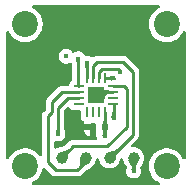
<source format=gbr>
G04 #@! TF.GenerationSoftware,KiCad,Pcbnew,(6.0.0)*
G04 #@! TF.CreationDate,2022-01-16T21:37:01+08:00*
G04 #@! TF.ProjectId,bldc_motor_encoder,626c6463-5f6d-46f7-946f-725f656e636f,rev?*
G04 #@! TF.SameCoordinates,Original*
G04 #@! TF.FileFunction,Copper,L4,Bot*
G04 #@! TF.FilePolarity,Positive*
%FSLAX46Y46*%
G04 Gerber Fmt 4.6, Leading zero omitted, Abs format (unit mm)*
G04 Created by KiCad (PCBNEW (6.0.0)) date 2022-01-16 21:37:01*
%MOMM*%
%LPD*%
G01*
G04 APERTURE LIST*
G04 Aperture macros list*
%AMRoundRect*
0 Rectangle with rounded corners*
0 $1 Rounding radius*
0 $2 $3 $4 $5 $6 $7 $8 $9 X,Y pos of 4 corners*
0 Add a 4 corners polygon primitive as box body*
4,1,4,$2,$3,$4,$5,$6,$7,$8,$9,$2,$3,0*
0 Add four circle primitives for the rounded corners*
1,1,$1+$1,$2,$3*
1,1,$1+$1,$4,$5*
1,1,$1+$1,$6,$7*
1,1,$1+$1,$8,$9*
0 Add four rect primitives between the rounded corners*
20,1,$1+$1,$2,$3,$4,$5,0*
20,1,$1+$1,$4,$5,$6,$7,0*
20,1,$1+$1,$6,$7,$8,$9,0*
20,1,$1+$1,$8,$9,$2,$3,0*%
G04 Aperture macros list end*
G04 #@! TA.AperFunction,SMDPad,CuDef*
%ADD10C,1.000000*%
G04 #@! TD*
G04 #@! TA.AperFunction,SMDPad,CuDef*
%ADD11RoundRect,0.140000X0.140000X0.170000X-0.140000X0.170000X-0.140000X-0.170000X0.140000X-0.170000X0*%
G04 #@! TD*
G04 #@! TA.AperFunction,ComponentPad*
%ADD12C,2.200000*%
G04 #@! TD*
G04 #@! TA.AperFunction,SMDPad,CuDef*
%ADD13R,1.450000X1.450000*%
G04 #@! TD*
G04 #@! TA.AperFunction,SMDPad,CuDef*
%ADD14RoundRect,0.062500X-0.062500X-0.375000X0.062500X-0.375000X0.062500X0.375000X-0.062500X0.375000X0*%
G04 #@! TD*
G04 #@! TA.AperFunction,SMDPad,CuDef*
%ADD15RoundRect,0.062500X-0.375000X-0.062500X0.375000X-0.062500X0.375000X0.062500X-0.375000X0.062500X0*%
G04 #@! TD*
G04 #@! TA.AperFunction,ViaPad*
%ADD16C,0.450000*%
G04 #@! TD*
G04 #@! TA.AperFunction,Conductor*
%ADD17C,0.250000*%
G04 #@! TD*
G04 APERTURE END LIST*
D10*
X107133335Y-97300000D03*
X105100002Y-97300000D03*
X109166668Y-97300000D03*
X111200001Y-97300000D03*
D11*
X107780000Y-94710000D03*
X108740000Y-94710000D03*
D12*
X102000000Y-86000000D03*
X102000000Y-98000000D03*
X114000000Y-98000000D03*
X114000000Y-86000000D03*
D13*
X108000000Y-92000000D03*
D14*
X107250000Y-93437500D03*
X107750000Y-93437500D03*
X108250000Y-93437500D03*
X108750000Y-93437500D03*
D15*
X109437500Y-92750000D03*
X109437500Y-92250000D03*
X109437500Y-91750000D03*
X109437500Y-91250000D03*
D14*
X108750000Y-90562500D03*
X108250000Y-90562500D03*
X107750000Y-90562500D03*
X107250000Y-90562500D03*
D15*
X106562500Y-91250000D03*
X106562500Y-91750000D03*
X106562500Y-92250000D03*
X106562500Y-92750000D03*
D16*
X108740000Y-95470000D03*
X105480000Y-88700000D03*
X104800000Y-95290000D03*
X111200000Y-98410000D03*
X107970000Y-91500000D03*
X105510000Y-94120000D03*
X106980000Y-94710000D03*
X109410000Y-90560000D03*
X107269650Y-89283139D03*
X109500000Y-93900000D03*
X110090000Y-90010000D03*
X106500000Y-88900000D03*
X103600000Y-92700000D03*
X103600000Y-90700000D03*
X103600000Y-89600000D03*
D17*
X110610000Y-91480000D02*
X110380000Y-91250000D01*
X110380000Y-91250000D02*
X109437500Y-91250000D01*
X110610000Y-94690000D02*
X110610000Y-91480000D01*
X106070000Y-96320000D02*
X108980000Y-96320000D01*
X105100002Y-97289998D02*
X106070000Y-96320000D01*
X108980000Y-96320000D02*
X110610000Y-94690000D01*
X105100002Y-97300000D02*
X105100002Y-97289998D01*
X105120000Y-91750000D02*
X106562500Y-91750000D01*
X104320000Y-93400000D02*
X104320000Y-92550000D01*
X103950000Y-93770000D02*
X104320000Y-93400000D01*
X103950000Y-97670000D02*
X103950000Y-93770000D01*
X106440000Y-98340000D02*
X104620000Y-98340000D01*
X107133335Y-97646665D02*
X106440000Y-98340000D01*
X104620000Y-98340000D02*
X103950000Y-97670000D01*
X104320000Y-92550000D02*
X105120000Y-91750000D01*
X107133335Y-97300000D02*
X107133335Y-97646665D01*
X108740000Y-94710000D02*
X108740000Y-95470000D01*
X104800000Y-93090000D02*
X104800000Y-95290000D01*
X105640000Y-92250000D02*
X104800000Y-93090000D01*
X106562500Y-92250000D02*
X105640000Y-92250000D01*
X111200001Y-97300000D02*
X111200000Y-98410000D01*
X108000000Y-91995500D02*
X107480000Y-91475500D01*
X108000000Y-92000000D02*
X108000000Y-91995500D01*
X108750000Y-94700000D02*
X108750000Y-93437500D01*
X107780000Y-94710000D02*
X106980000Y-94710000D01*
X108740000Y-94710000D02*
X108750000Y-94700000D01*
X108250000Y-91750000D02*
X108000000Y-92000000D01*
X109437500Y-91750000D02*
X108250000Y-91750000D01*
X109880480Y-89800480D02*
X108527192Y-89800480D01*
X110090000Y-90010000D02*
X109880480Y-89800480D01*
X108250000Y-90077672D02*
X108250000Y-90562500D01*
X108527192Y-89800480D02*
X108250000Y-90077672D01*
X108100000Y-89200000D02*
X107750000Y-89550000D01*
X107750000Y-89550000D02*
X107750000Y-90562500D01*
X110330000Y-89200000D02*
X108100000Y-89200000D01*
X111130000Y-95336668D02*
X111130000Y-90000000D01*
X111130000Y-90000000D02*
X110330000Y-89200000D01*
X109166668Y-97300000D02*
X111130000Y-95336668D01*
X109407500Y-90562500D02*
X109410000Y-90560000D01*
X108750000Y-90562500D02*
X109407500Y-90562500D01*
X107269650Y-89283139D02*
X107250000Y-89302789D01*
X107250000Y-89302789D02*
X107250000Y-90562500D01*
X106500000Y-91187500D02*
X106562500Y-91250000D01*
X106500000Y-88900000D02*
X106500000Y-91187500D01*
X109500000Y-93900000D02*
X109500000Y-92812500D01*
X109500000Y-92812500D02*
X109437500Y-92750000D01*
G04 #@! TA.AperFunction,Conductor*
G36*
X108865548Y-95074556D02*
G01*
X108867295Y-95117430D01*
X108870099Y-95151357D01*
X108870099Y-95151360D01*
X108870391Y-95154887D01*
X108874987Y-95188196D01*
X108881234Y-95218624D01*
X108889281Y-95247439D01*
X108899281Y-95275909D01*
X108899328Y-95276023D01*
X108899334Y-95276039D01*
X108911336Y-95305188D01*
X108911383Y-95305302D01*
X108911427Y-95305399D01*
X108911434Y-95305415D01*
X108925734Y-95336873D01*
X108925758Y-95336924D01*
X108939001Y-95364612D01*
X108939479Y-95373554D01*
X108936879Y-95377770D01*
X108748433Y-95573731D01*
X108740229Y-95577319D01*
X108731567Y-95573731D01*
X108543120Y-95377769D01*
X108539855Y-95369430D01*
X108540998Y-95364611D01*
X108554237Y-95336933D01*
X108554284Y-95336831D01*
X108568565Y-95305415D01*
X108568572Y-95305399D01*
X108568616Y-95305302D01*
X108568663Y-95305188D01*
X108580665Y-95276039D01*
X108580671Y-95276023D01*
X108580718Y-95275909D01*
X108590718Y-95247439D01*
X108598765Y-95218624D01*
X108605012Y-95188196D01*
X108609608Y-95154887D01*
X108612704Y-95117430D01*
X108614451Y-95074556D01*
X108615000Y-95025000D01*
X108865000Y-95025000D01*
X108865548Y-95074556D01*
G37*
G04 #@! TD.AperFunction*
G04 #@! TA.AperFunction,Conductor*
G36*
X104921702Y-94848427D02*
G01*
X104925128Y-94856570D01*
X104925548Y-94894556D01*
X104927295Y-94937430D01*
X104930391Y-94974887D01*
X104934987Y-95008196D01*
X104941234Y-95038624D01*
X104949281Y-95067439D01*
X104959281Y-95095909D01*
X104959328Y-95096023D01*
X104959334Y-95096039D01*
X104971336Y-95125188D01*
X104971383Y-95125302D01*
X104971427Y-95125399D01*
X104971434Y-95125415D01*
X104985734Y-95156873D01*
X104985758Y-95156924D01*
X104999001Y-95184612D01*
X104999479Y-95193554D01*
X104996879Y-95197770D01*
X104808433Y-95393731D01*
X104800229Y-95397319D01*
X104791567Y-95393731D01*
X104603120Y-95197769D01*
X104599855Y-95189430D01*
X104600998Y-95184611D01*
X104614237Y-95156933D01*
X104614284Y-95156831D01*
X104628565Y-95125415D01*
X104628572Y-95125399D01*
X104628616Y-95125302D01*
X104628663Y-95125188D01*
X104640665Y-95096039D01*
X104640671Y-95096023D01*
X104640718Y-95095909D01*
X104650718Y-95067439D01*
X104658765Y-95038624D01*
X104665012Y-95008196D01*
X104669608Y-94974887D01*
X104672704Y-94937430D01*
X104674451Y-94894556D01*
X104674872Y-94856570D01*
X104678390Y-94848336D01*
X104686571Y-94845000D01*
X104913429Y-94845000D01*
X104921702Y-94848427D01*
G37*
G04 #@! TD.AperFunction*
G04 #@! TA.AperFunction,Conductor*
G36*
X111325000Y-97965002D02*
G01*
X111325548Y-98014558D01*
X111327295Y-98057431D01*
X111330391Y-98094888D01*
X111334987Y-98128197D01*
X111335971Y-98132991D01*
X111335971Y-98132992D01*
X111341234Y-98158625D01*
X111349281Y-98187440D01*
X111349342Y-98187613D01*
X111359227Y-98215758D01*
X111359235Y-98215778D01*
X111359281Y-98215910D01*
X111371383Y-98245302D01*
X111371418Y-98245378D01*
X111385734Y-98276873D01*
X111385758Y-98276924D01*
X111399001Y-98304612D01*
X111399479Y-98313554D01*
X111396879Y-98317770D01*
X111208433Y-98513731D01*
X111200229Y-98517319D01*
X111191567Y-98513731D01*
X111003120Y-98317769D01*
X110999855Y-98309430D01*
X111000998Y-98304611D01*
X111014237Y-98276933D01*
X111014284Y-98276831D01*
X111028581Y-98245378D01*
X111028616Y-98245302D01*
X111040718Y-98215910D01*
X111040764Y-98215778D01*
X111040772Y-98215758D01*
X111050657Y-98187613D01*
X111050718Y-98187440D01*
X111058766Y-98158625D01*
X111065012Y-98128196D01*
X111069608Y-98094888D01*
X111072704Y-98057431D01*
X111074452Y-98014557D01*
X111075001Y-97965001D01*
X111325000Y-97965002D01*
G37*
G04 #@! TD.AperFunction*
G04 #@! TA.AperFunction,Conductor*
G36*
X107721156Y-91432296D02*
G01*
X107732911Y-91464620D01*
X107743477Y-91493551D01*
X107753671Y-91519912D01*
X107764306Y-91544529D01*
X107776199Y-91568225D01*
X107790164Y-91591826D01*
X107807016Y-91616157D01*
X107827571Y-91642042D01*
X107852644Y-91670305D01*
X107883050Y-91701773D01*
X107706273Y-91878550D01*
X107675427Y-91848766D01*
X107647669Y-91824219D01*
X107622194Y-91804137D01*
X107598194Y-91787750D01*
X107574864Y-91774286D01*
X107551398Y-91762976D01*
X107526990Y-91753048D01*
X107500833Y-91743731D01*
X107472122Y-91734255D01*
X107440051Y-91723850D01*
X107429013Y-91431915D01*
X107721156Y-91432296D01*
G37*
G04 #@! TD.AperFunction*
G04 #@! TA.AperFunction,Conductor*
G36*
X107113115Y-94524260D02*
G01*
X107144697Y-94538616D01*
X107174090Y-94550718D01*
X107202560Y-94560718D01*
X107231375Y-94568765D01*
X107261803Y-94575012D01*
X107295112Y-94579608D01*
X107332569Y-94582704D01*
X107375443Y-94584451D01*
X107425000Y-94585000D01*
X107425000Y-94835000D01*
X107375443Y-94835548D01*
X107332569Y-94837295D01*
X107295112Y-94840391D01*
X107261803Y-94844987D01*
X107231375Y-94851234D01*
X107202560Y-94859281D01*
X107174090Y-94869281D01*
X107144697Y-94881383D01*
X107113115Y-94895739D01*
X107078075Y-94912500D01*
X106867500Y-94710000D01*
X107078075Y-94507500D01*
X107113115Y-94524260D01*
G37*
G04 #@! TD.AperFunction*
G04 #@! TA.AperFunction,Conductor*
G36*
X109774015Y-89678503D02*
G01*
X109775471Y-89678680D01*
X109803211Y-89683834D01*
X109818821Y-89686735D01*
X109820248Y-89687094D01*
X109857294Y-89698945D01*
X109858469Y-89699392D01*
X109891128Y-89713865D01*
X109891865Y-89714223D01*
X109921996Y-89730185D01*
X109922183Y-89730286D01*
X109951399Y-89746448D01*
X109981121Y-89761343D01*
X110012982Y-89773609D01*
X110013378Y-89773701D01*
X110013377Y-89773701D01*
X110048264Y-89781831D01*
X110048268Y-89781832D01*
X110048703Y-89781933D01*
X110067816Y-89783352D01*
X110081661Y-89784381D01*
X110089657Y-89788411D01*
X110092113Y-89793091D01*
X110128957Y-89934146D01*
X110165642Y-90074592D01*
X110164417Y-90083463D01*
X110157279Y-90088869D01*
X110154094Y-90089247D01*
X110083702Y-90087871D01*
X109885668Y-90083999D01*
X109877464Y-90080411D01*
X109874820Y-90076068D01*
X109869238Y-90059653D01*
X109869232Y-90059635D01*
X109861128Y-90036274D01*
X109861127Y-90036271D01*
X109861087Y-90036156D01*
X109852367Y-90013787D01*
X109842442Y-89992982D01*
X109830671Y-89974178D01*
X109816417Y-89957812D01*
X109799040Y-89944322D01*
X109777902Y-89934146D01*
X109752364Y-89927719D01*
X109736247Y-89926539D01*
X109732632Y-89926274D01*
X109724632Y-89922252D01*
X109721787Y-89914605D01*
X109721787Y-89687876D01*
X109725214Y-89679603D01*
X109734162Y-89676196D01*
X109774015Y-89678503D01*
G37*
G04 #@! TD.AperFunction*
G04 #@! TA.AperFunction,Conductor*
G36*
X109522492Y-90558737D02*
G01*
X109314207Y-90763589D01*
X109278557Y-90747032D01*
X109246452Y-90732879D01*
X109216602Y-90720973D01*
X109187718Y-90711159D01*
X109158510Y-90703282D01*
X109127690Y-90697185D01*
X109093968Y-90692715D01*
X109056055Y-90689714D01*
X109012662Y-90688027D01*
X108962500Y-90687500D01*
X108962500Y-90437500D01*
X109012141Y-90436952D01*
X109055103Y-90435202D01*
X109092648Y-90432088D01*
X109126035Y-90427451D01*
X109156526Y-90421128D01*
X109185381Y-90412960D01*
X109213861Y-90402785D01*
X109243226Y-90390443D01*
X109274737Y-90375773D01*
X109309656Y-90358615D01*
X109522492Y-90558737D01*
G37*
G04 #@! TD.AperFunction*
G04 #@! TA.AperFunction,Conductor*
G36*
X107286896Y-89180506D02*
G01*
X107455325Y-89388576D01*
X107457867Y-89397162D01*
X107455815Y-89402648D01*
X107450446Y-89410316D01*
X107450181Y-89411306D01*
X107447081Y-89422875D01*
X107445912Y-89425696D01*
X107439412Y-89436955D01*
X107439175Y-89438298D01*
X107437923Y-89441870D01*
X107427211Y-89461483D01*
X107427151Y-89461606D01*
X107427148Y-89461612D01*
X107423421Y-89469267D01*
X107413388Y-89489871D01*
X107402039Y-89517645D01*
X107401968Y-89517866D01*
X107401965Y-89517875D01*
X107397760Y-89531015D01*
X107392968Y-89545990D01*
X107385982Y-89576092D01*
X107380886Y-89609137D01*
X107377486Y-89646311D01*
X107377480Y-89646449D01*
X107377479Y-89646461D01*
X107375595Y-89688659D01*
X107375589Y-89688800D01*
X107375588Y-89688900D01*
X107375139Y-89726230D01*
X107371613Y-89734461D01*
X107363440Y-89737789D01*
X107136609Y-89737789D01*
X107128336Y-89734362D01*
X107124909Y-89726180D01*
X107124618Y-89688900D01*
X107124587Y-89684867D01*
X107123243Y-89639132D01*
X107120805Y-89599181D01*
X107117112Y-89563609D01*
X107112001Y-89531015D01*
X107105311Y-89499994D01*
X107102589Y-89490032D01*
X107096913Y-89469267D01*
X107096880Y-89469145D01*
X107086547Y-89437064D01*
X107086192Y-89436068D01*
X107074173Y-89402415D01*
X107074149Y-89402347D01*
X107062388Y-89371178D01*
X107062674Y-89362228D01*
X107065624Y-89358249D01*
X107270091Y-89179068D01*
X107278571Y-89176192D01*
X107286896Y-89180506D01*
G37*
G04 #@! TD.AperFunction*
G04 #@! TA.AperFunction,Conductor*
G36*
X106508433Y-88796269D02*
G01*
X106696879Y-88992230D01*
X106700144Y-89000569D01*
X106699001Y-89005389D01*
X106685739Y-89033115D01*
X106671383Y-89064697D01*
X106671337Y-89064808D01*
X106671336Y-89064811D01*
X106659334Y-89093960D01*
X106659328Y-89093976D01*
X106659281Y-89094090D01*
X106649281Y-89122560D01*
X106641234Y-89151375D01*
X106634987Y-89181803D01*
X106630391Y-89215112D01*
X106627295Y-89252569D01*
X106625548Y-89295443D01*
X106625547Y-89295545D01*
X106625128Y-89333429D01*
X106621610Y-89341664D01*
X106613429Y-89345000D01*
X106386571Y-89345000D01*
X106378298Y-89341573D01*
X106374872Y-89333430D01*
X106374452Y-89295545D01*
X106374451Y-89295443D01*
X106372704Y-89252569D01*
X106369608Y-89215112D01*
X106365012Y-89181803D01*
X106358765Y-89151375D01*
X106350718Y-89122560D01*
X106340718Y-89094090D01*
X106340671Y-89093976D01*
X106340665Y-89093960D01*
X106328663Y-89064811D01*
X106328662Y-89064808D01*
X106328616Y-89064697D01*
X106314260Y-89033115D01*
X106300998Y-89005388D01*
X106300520Y-88996448D01*
X106303120Y-88992231D01*
X106491567Y-88796269D01*
X106499771Y-88792681D01*
X106508433Y-88796269D01*
G37*
G04 #@! TD.AperFunction*
G04 #@! TA.AperFunction,Conductor*
G36*
X109621702Y-93458427D02*
G01*
X109625128Y-93466570D01*
X109625548Y-93504556D01*
X109627295Y-93547430D01*
X109630391Y-93584887D01*
X109634987Y-93618196D01*
X109641234Y-93648624D01*
X109649281Y-93677439D01*
X109659281Y-93705909D01*
X109659328Y-93706023D01*
X109659334Y-93706039D01*
X109671336Y-93735188D01*
X109671383Y-93735302D01*
X109671427Y-93735399D01*
X109671434Y-93735415D01*
X109685734Y-93766873D01*
X109685758Y-93766924D01*
X109699001Y-93794612D01*
X109699479Y-93803554D01*
X109696879Y-93807770D01*
X109508433Y-94003731D01*
X109500229Y-94007319D01*
X109491567Y-94003731D01*
X109303120Y-93807769D01*
X109299855Y-93799430D01*
X109300998Y-93794611D01*
X109314237Y-93766933D01*
X109314284Y-93766831D01*
X109328565Y-93735415D01*
X109328572Y-93735399D01*
X109328616Y-93735302D01*
X109328663Y-93735188D01*
X109340665Y-93706039D01*
X109340671Y-93706023D01*
X109340718Y-93705909D01*
X109350718Y-93677439D01*
X109358765Y-93648624D01*
X109365012Y-93618196D01*
X109369608Y-93584887D01*
X109372704Y-93547430D01*
X109374451Y-93504556D01*
X109374872Y-93466570D01*
X109378390Y-93458336D01*
X109386571Y-93455000D01*
X109613429Y-93455000D01*
X109621702Y-93458427D01*
G37*
G04 #@! TD.AperFunction*
G04 #@! TA.AperFunction,Conductor*
G36*
X107208360Y-97071274D02*
G01*
X107397480Y-97466640D01*
X107483194Y-97645830D01*
X107483672Y-97654772D01*
X107480646Y-97659410D01*
X107403966Y-97731350D01*
X107403374Y-97731868D01*
X107396197Y-97737722D01*
X107328263Y-97793131D01*
X107327628Y-97793613D01*
X107321231Y-97798142D01*
X107257791Y-97843053D01*
X107257272Y-97843400D01*
X107190314Y-97885526D01*
X107190038Y-97885694D01*
X107123683Y-97924924D01*
X107123683Y-97924925D01*
X107055840Y-97965585D01*
X106984436Y-98012010D01*
X106984299Y-98012110D01*
X106984291Y-98012116D01*
X106907410Y-98068505D01*
X106907396Y-98068516D01*
X106907261Y-98068615D01*
X106822102Y-98139816D01*
X106821984Y-98139928D01*
X106821978Y-98139933D01*
X106735016Y-98222206D01*
X106726651Y-98225403D01*
X106718702Y-98221980D01*
X106557811Y-98061089D01*
X106554384Y-98052816D01*
X106557375Y-98045002D01*
X106611590Y-97984577D01*
X106611593Y-97984573D01*
X106611847Y-97984290D01*
X106655782Y-97919675D01*
X106671372Y-97885694D01*
X106683874Y-97858442D01*
X106683874Y-97858441D01*
X106684101Y-97857947D01*
X106699131Y-97797646D01*
X106703197Y-97737313D01*
X106698624Y-97675489D01*
X106687739Y-97610715D01*
X106672865Y-97541532D01*
X106656361Y-97466621D01*
X106656302Y-97466336D01*
X106642036Y-97392285D01*
X106643836Y-97383513D01*
X106647681Y-97379937D01*
X107191963Y-97066187D01*
X107200842Y-97065024D01*
X107208360Y-97071274D01*
G37*
G04 #@! TD.AperFunction*
G04 #@! TA.AperFunction,Conductor*
G36*
X105719588Y-96509514D02*
G01*
X105880490Y-96670416D01*
X105883917Y-96678689D01*
X105880828Y-96686610D01*
X105839742Y-96731279D01*
X105810576Y-96762989D01*
X105810393Y-96763234D01*
X105752967Y-96839949D01*
X105752963Y-96839956D01*
X105752761Y-96840225D01*
X105752590Y-96840523D01*
X105752589Y-96840524D01*
X105711524Y-96911949D01*
X105711520Y-96911957D01*
X105711339Y-96912272D01*
X105682669Y-96981345D01*
X105663111Y-97049659D01*
X105649026Y-97119428D01*
X105649009Y-97119533D01*
X105649005Y-97119552D01*
X105636781Y-97192813D01*
X105636761Y-97192929D01*
X105622756Y-97271926D01*
X105622655Y-97272433D01*
X105603279Y-97359244D01*
X105603089Y-97359981D01*
X105576973Y-97449230D01*
X105571361Y-97456208D01*
X105566140Y-97457637D01*
X105189162Y-97470374D01*
X104937919Y-97478862D01*
X104929535Y-97475717D01*
X104925824Y-97467107D01*
X104929167Y-96838539D01*
X104932638Y-96830284D01*
X104937266Y-96827470D01*
X105026619Y-96798577D01*
X105027369Y-96798361D01*
X105114245Y-96776542D01*
X105114778Y-96776422D01*
X105193852Y-96760444D01*
X105194006Y-96760414D01*
X105202214Y-96758870D01*
X105267525Y-96746586D01*
X105337524Y-96731230D01*
X105406155Y-96710642D01*
X105475651Y-96681101D01*
X105548244Y-96638890D01*
X105626166Y-96580287D01*
X105703390Y-96509180D01*
X105711797Y-96506097D01*
X105719588Y-96509514D01*
G37*
G04 #@! TD.AperFunction*
G04 #@! TA.AperFunction,Conductor*
G36*
X108964939Y-94803909D02*
G01*
X108986279Y-94826100D01*
X108989544Y-94834439D01*
X108988315Y-94839434D01*
X108969121Y-94877903D01*
X108969041Y-94878060D01*
X108948238Y-94918219D01*
X108948181Y-94918331D01*
X108929413Y-94954886D01*
X108912859Y-94989509D01*
X108898606Y-95024046D01*
X108886746Y-95060341D01*
X108877365Y-95100239D01*
X108870555Y-95145585D01*
X108866403Y-95198223D01*
X108865000Y-95260000D01*
X108615000Y-95260000D01*
X108613596Y-95198223D01*
X108609444Y-95145585D01*
X108602634Y-95100239D01*
X108593253Y-95060341D01*
X108581393Y-95024046D01*
X108567140Y-94989509D01*
X108550586Y-94954886D01*
X108531818Y-94918331D01*
X108510926Y-94878000D01*
X108491684Y-94839433D01*
X108491057Y-94830502D01*
X108493720Y-94826101D01*
X108606027Y-94709316D01*
X108606027Y-94709315D01*
X108740000Y-94570000D01*
X108964939Y-94803909D01*
G37*
G04 #@! TD.AperFunction*
G04 #@! TA.AperFunction,Conductor*
G36*
X111208434Y-97058769D02*
G01*
X111644129Y-97511838D01*
X111647394Y-97520177D01*
X111646033Y-97525428D01*
X111602641Y-97607283D01*
X111602253Y-97607960D01*
X111555584Y-97683252D01*
X111555290Y-97683701D01*
X111555285Y-97683710D01*
X111555284Y-97683711D01*
X111510068Y-97749554D01*
X111509981Y-97749679D01*
X111467336Y-97810088D01*
X111467248Y-97810213D01*
X111428166Y-97869417D01*
X111393832Y-97931385D01*
X111365296Y-98000273D01*
X111343610Y-98080234D01*
X111329828Y-98175424D01*
X111325000Y-98289999D01*
X111075001Y-98289998D01*
X111070173Y-98175424D01*
X111056390Y-98080233D01*
X111034705Y-98000272D01*
X111006169Y-97931385D01*
X110971834Y-97869417D01*
X110932753Y-97810213D01*
X110932665Y-97810088D01*
X110890020Y-97749677D01*
X110889933Y-97749553D01*
X110844717Y-97683710D01*
X110844417Y-97683251D01*
X110797752Y-97607967D01*
X110797360Y-97607283D01*
X110753969Y-97525428D01*
X110753122Y-97516513D01*
X110755873Y-97511838D01*
X111191568Y-97058769D01*
X111199772Y-97055181D01*
X111208434Y-97058769D01*
G37*
G04 #@! TD.AperFunction*
G04 #@! TA.AperFunction,Conductor*
G36*
X107577235Y-91395808D02*
G01*
X107579091Y-91397252D01*
X107580963Y-91398517D01*
X107582791Y-91399605D01*
X107584510Y-91400519D01*
X107586059Y-91401261D01*
X107587375Y-91401832D01*
X107588397Y-91402234D01*
X107589061Y-91402471D01*
X107589305Y-91402544D01*
X108255195Y-92257451D01*
X107406181Y-91584064D01*
X107406122Y-91583831D01*
X107405924Y-91583198D01*
X107405582Y-91582224D01*
X107405091Y-91580971D01*
X107404444Y-91579498D01*
X107403636Y-91577866D01*
X107402662Y-91576136D01*
X107401516Y-91574368D01*
X107400191Y-91572622D01*
X107398684Y-91570960D01*
X107575460Y-91394184D01*
X107577235Y-91395808D01*
G37*
G04 #@! TD.AperFunction*
G04 #@! TA.AperFunction,Conductor*
G36*
X108871813Y-94153427D02*
G01*
X108875237Y-94161458D01*
X108876326Y-94214103D01*
X108880254Y-94268750D01*
X108880277Y-94268917D01*
X108880278Y-94268928D01*
X108886066Y-94311180D01*
X108886708Y-94315870D01*
X108886751Y-94316068D01*
X108886751Y-94316071D01*
X108895561Y-94357160D01*
X108895611Y-94357393D01*
X108906887Y-94395248D01*
X108920460Y-94431364D01*
X108920510Y-94431478D01*
X108920510Y-94431479D01*
X108931615Y-94457007D01*
X108936253Y-94467670D01*
X108954191Y-94506096D01*
X108974197Y-94548570D01*
X108992787Y-94589517D01*
X108993086Y-94598465D01*
X108990271Y-94602758D01*
X108883564Y-94706073D01*
X108735004Y-94849910D01*
X108498009Y-94585170D01*
X108495044Y-94576720D01*
X108496437Y-94571795D01*
X108517134Y-94533573D01*
X108539335Y-94493533D01*
X108559077Y-94457093D01*
X108576321Y-94422434D01*
X108581307Y-94410668D01*
X108590936Y-94387945D01*
X108590937Y-94387942D01*
X108591024Y-94387737D01*
X108601086Y-94357393D01*
X108603062Y-94351435D01*
X108603065Y-94351423D01*
X108603145Y-94351183D01*
X108611436Y-94316071D01*
X108612591Y-94311180D01*
X108612591Y-94311178D01*
X108612645Y-94310951D01*
X108619481Y-94265223D01*
X108623613Y-94212179D01*
X108624745Y-94161458D01*
X108624745Y-94161439D01*
X108628355Y-94153244D01*
X108636442Y-94150000D01*
X108863540Y-94150000D01*
X108871813Y-94153427D01*
G37*
G04 #@! TD.AperFunction*
G04 #@! TA.AperFunction,Conductor*
G36*
X107920000Y-94710000D02*
G01*
X107657951Y-94962000D01*
X107611999Y-94939073D01*
X107571668Y-94918181D01*
X107535113Y-94899413D01*
X107500490Y-94882859D01*
X107465953Y-94868606D01*
X107429658Y-94856746D01*
X107389760Y-94847365D01*
X107344414Y-94840555D01*
X107291776Y-94836403D01*
X107230000Y-94835000D01*
X107230000Y-94585000D01*
X107291776Y-94583596D01*
X107344414Y-94579444D01*
X107389760Y-94572634D01*
X107429658Y-94563253D01*
X107465953Y-94551393D01*
X107500490Y-94537140D01*
X107535113Y-94520586D01*
X107571668Y-94501818D01*
X107611999Y-94480926D01*
X107657951Y-94458000D01*
X107920000Y-94710000D01*
G37*
G04 #@! TD.AperFunction*
G04 #@! TA.AperFunction,Conductor*
G36*
X108240744Y-91303828D02*
G01*
X108380175Y-91338990D01*
X108500406Y-91381337D01*
X108608706Y-91427845D01*
X108712344Y-91475491D01*
X108818587Y-91521253D01*
X108934706Y-91562108D01*
X109067968Y-91595032D01*
X109225643Y-91617004D01*
X109415000Y-91625000D01*
X109415000Y-91875000D01*
X109265894Y-91883348D01*
X109143780Y-91907487D01*
X109099540Y-91924501D01*
X109036600Y-91924501D01*
X109036034Y-91924614D01*
X109036030Y-91924614D01*
X108961017Y-91939534D01*
X108961015Y-91939535D01*
X108959883Y-91939760D01*
X108872888Y-91997888D01*
X108814760Y-92084883D01*
X108799500Y-92161599D01*
X108799500Y-92163607D01*
X108757484Y-92217426D01*
X108688965Y-92307742D01*
X108611320Y-92404328D01*
X108519392Y-92505822D01*
X107659181Y-92123485D01*
X108074845Y-91278874D01*
X108240744Y-91303828D01*
G37*
G04 #@! TD.AperFunction*
G04 #@! TA.AperFunction,Conductor*
G36*
X109786247Y-96519509D02*
G01*
X109947159Y-96680421D01*
X109950586Y-96688694D01*
X109947500Y-96696611D01*
X109877488Y-96772782D01*
X109819925Y-96849838D01*
X109778717Y-96921713D01*
X109778572Y-96922063D01*
X109750316Y-96990281D01*
X109750313Y-96990289D01*
X109750184Y-96990601D01*
X109730644Y-97058697D01*
X109716415Y-97128196D01*
X109716395Y-97128314D01*
X109703827Y-97201225D01*
X109703800Y-97201375D01*
X109689216Y-97279891D01*
X109689104Y-97280427D01*
X109668869Y-97366654D01*
X109668663Y-97367416D01*
X109641463Y-97455990D01*
X109635758Y-97462892D01*
X109630509Y-97464253D01*
X109188690Y-97472890D01*
X109002057Y-97476538D01*
X108993718Y-97473273D01*
X108990130Y-97464611D01*
X108995276Y-97201375D01*
X109002415Y-96836159D01*
X109006003Y-96827956D01*
X109010677Y-96825206D01*
X109099250Y-96798004D01*
X109099986Y-96797804D01*
X109146809Y-96786816D01*
X109186240Y-96777563D01*
X109186776Y-96777451D01*
X109265292Y-96762867D01*
X109265442Y-96762840D01*
X109271657Y-96761769D01*
X109338471Y-96750252D01*
X109338584Y-96750229D01*
X109338594Y-96750227D01*
X109407737Y-96736071D01*
X109407744Y-96736069D01*
X109407970Y-96736023D01*
X109440933Y-96726564D01*
X109475736Y-96716578D01*
X109475741Y-96716576D01*
X109476066Y-96716483D01*
X109476378Y-96716354D01*
X109476386Y-96716351D01*
X109544604Y-96688095D01*
X109544954Y-96687950D01*
X109584962Y-96665012D01*
X109616521Y-96646919D01*
X109616526Y-96646916D01*
X109616829Y-96646742D01*
X109693885Y-96589179D01*
X109694103Y-96588979D01*
X109694111Y-96588972D01*
X109770057Y-96519168D01*
X109778467Y-96516092D01*
X109786247Y-96519509D01*
G37*
G04 #@! TD.AperFunction*
G04 #@! TA.AperFunction,Conductor*
G36*
X113376997Y-84420002D02*
G01*
X113423490Y-84473658D01*
X113433594Y-84543932D01*
X113404100Y-84608512D01*
X113367057Y-84637762D01*
X113197679Y-84725935D01*
X113193546Y-84729038D01*
X113193543Y-84729040D01*
X113096419Y-84801963D01*
X113000364Y-84874083D01*
X112829896Y-85052468D01*
X112826982Y-85056740D01*
X112826981Y-85056741D01*
X112773988Y-85134426D01*
X112690851Y-85256300D01*
X112586965Y-85480104D01*
X112521026Y-85717871D01*
X112494806Y-85963214D01*
X112509010Y-86209545D01*
X112510147Y-86214591D01*
X112510148Y-86214597D01*
X112532336Y-86313051D01*
X112563255Y-86450249D01*
X112656084Y-86678861D01*
X112785006Y-86889241D01*
X112946557Y-87075741D01*
X113136399Y-87233351D01*
X113349433Y-87357838D01*
X113354253Y-87359678D01*
X113354258Y-87359681D01*
X113468547Y-87403323D01*
X113579939Y-87445859D01*
X113585007Y-87446890D01*
X113585010Y-87446891D01*
X113704587Y-87471219D01*
X113821726Y-87495052D01*
X113826899Y-87495242D01*
X113826902Y-87495242D01*
X114063136Y-87503904D01*
X114063140Y-87503904D01*
X114068300Y-87504093D01*
X114073420Y-87503437D01*
X114073422Y-87503437D01*
X114149703Y-87493665D01*
X114313041Y-87472741D01*
X114317990Y-87471256D01*
X114317996Y-87471255D01*
X114544424Y-87403323D01*
X114544423Y-87403323D01*
X114549374Y-87401838D01*
X114653266Y-87350942D01*
X114766303Y-87295566D01*
X114766308Y-87295563D01*
X114770954Y-87293287D01*
X114775164Y-87290284D01*
X114775169Y-87290281D01*
X114967617Y-87153009D01*
X114967622Y-87153005D01*
X114971829Y-87150004D01*
X115146605Y-86975837D01*
X115290588Y-86775463D01*
X115340702Y-86674066D01*
X115361043Y-86632908D01*
X115409157Y-86580701D01*
X115477858Y-86562794D01*
X115545334Y-86584872D01*
X115590162Y-86639926D01*
X115600000Y-86688735D01*
X115600000Y-97310762D01*
X115579998Y-97378883D01*
X115526342Y-97425376D01*
X115456068Y-97435480D01*
X115391488Y-97405986D01*
X115358452Y-97361006D01*
X115326928Y-97288507D01*
X115192905Y-97081339D01*
X115174001Y-97060563D01*
X115095234Y-96974000D01*
X115026846Y-96898842D01*
X115022795Y-96895643D01*
X115022791Y-96895639D01*
X114837264Y-96749119D01*
X114837259Y-96749116D01*
X114833210Y-96745918D01*
X114828694Y-96743425D01*
X114828691Y-96743423D01*
X114621722Y-96629170D01*
X114621718Y-96629168D01*
X114617198Y-96626673D01*
X114612329Y-96624949D01*
X114612325Y-96624947D01*
X114389485Y-96546035D01*
X114389481Y-96546034D01*
X114384610Y-96544309D01*
X114379517Y-96543402D01*
X114379514Y-96543401D01*
X114146783Y-96501945D01*
X114146777Y-96501944D01*
X114141694Y-96501039D01*
X114062324Y-96500069D01*
X113900142Y-96498088D01*
X113900140Y-96498088D01*
X113894972Y-96498025D01*
X113651070Y-96535347D01*
X113416540Y-96612003D01*
X113197679Y-96725935D01*
X113193546Y-96729038D01*
X113193543Y-96729040D01*
X113004499Y-96870978D01*
X113000364Y-96874083D01*
X112950758Y-96925993D01*
X112861989Y-97018885D01*
X112829896Y-97052468D01*
X112826982Y-97056740D01*
X112826981Y-97056741D01*
X112752579Y-97165810D01*
X112690851Y-97256300D01*
X112675901Y-97288507D01*
X112595930Y-97460791D01*
X112586965Y-97480104D01*
X112521026Y-97717871D01*
X112494806Y-97963214D01*
X112495103Y-97968366D01*
X112495103Y-97968370D01*
X112504112Y-98124605D01*
X112509010Y-98209545D01*
X112510147Y-98214591D01*
X112510148Y-98214597D01*
X112539156Y-98343315D01*
X112563255Y-98450249D01*
X112656084Y-98678861D01*
X112785006Y-98889241D01*
X112946557Y-99075741D01*
X113136399Y-99233351D01*
X113201451Y-99271365D01*
X113344967Y-99355229D01*
X113344974Y-99355232D01*
X113349433Y-99357838D01*
X113354262Y-99359682D01*
X113355698Y-99360370D01*
X113408488Y-99407844D01*
X113427232Y-99476321D01*
X113405978Y-99544062D01*
X113351475Y-99589558D01*
X113301253Y-99600000D01*
X102688475Y-99600000D01*
X102620354Y-99579998D01*
X102573861Y-99526342D01*
X102563757Y-99456068D01*
X102593251Y-99391488D01*
X102633043Y-99360849D01*
X102766303Y-99295566D01*
X102766308Y-99295563D01*
X102770954Y-99293287D01*
X102775164Y-99290284D01*
X102775169Y-99290281D01*
X102967617Y-99153009D01*
X102967622Y-99153005D01*
X102971829Y-99150004D01*
X103146605Y-98975837D01*
X103181531Y-98927233D01*
X103287570Y-98779663D01*
X103290588Y-98775463D01*
X103298644Y-98759164D01*
X103387130Y-98580125D01*
X103399911Y-98554264D01*
X103434985Y-98438822D01*
X103470135Y-98323132D01*
X103470136Y-98323126D01*
X103471639Y-98318180D01*
X103482890Y-98232723D01*
X103511611Y-98167797D01*
X103570876Y-98128705D01*
X103641867Y-98127860D01*
X103696906Y-98160075D01*
X104238195Y-98701364D01*
X104241848Y-98705173D01*
X104281884Y-98748712D01*
X104289184Y-98753238D01*
X104289185Y-98753239D01*
X104316960Y-98770460D01*
X104326730Y-98777174D01*
X104359604Y-98802127D01*
X104372474Y-98807222D01*
X104392482Y-98817286D01*
X104404250Y-98824582D01*
X104412493Y-98826977D01*
X104412500Y-98826980D01*
X104443893Y-98836101D01*
X104455120Y-98839945D01*
X104485487Y-98851968D01*
X104485489Y-98851969D01*
X104493472Y-98855129D01*
X104502009Y-98856026D01*
X104502016Y-98856028D01*
X104507239Y-98856577D01*
X104529216Y-98860888D01*
X104536178Y-98862911D01*
X104536180Y-98862911D01*
X104542512Y-98864751D01*
X104549327Y-98865251D01*
X104550404Y-98865331D01*
X104550417Y-98865331D01*
X104552712Y-98865500D01*
X104585538Y-98865500D01*
X104598709Y-98866190D01*
X104636661Y-98870179D01*
X104645127Y-98868747D01*
X104645130Y-98868747D01*
X104653897Y-98867264D01*
X104674909Y-98865500D01*
X106425565Y-98865500D01*
X106430842Y-98865611D01*
X106489919Y-98868087D01*
X106530105Y-98858662D01*
X106541771Y-98856500D01*
X106574136Y-98852067D01*
X106574138Y-98852066D01*
X106582646Y-98850901D01*
X106590527Y-98847490D01*
X106590529Y-98847490D01*
X106595347Y-98845405D01*
X106616610Y-98838373D01*
X106621729Y-98837172D01*
X106621731Y-98837171D01*
X106630093Y-98835210D01*
X106666275Y-98815319D01*
X106676905Y-98810112D01*
X106714783Y-98793720D01*
X106721459Y-98788314D01*
X106721461Y-98788313D01*
X106725542Y-98785008D01*
X106744126Y-98772520D01*
X106756263Y-98765847D01*
X106764005Y-98759164D01*
X106787209Y-98735960D01*
X106797010Y-98727134D01*
X106819999Y-98708518D01*
X106826675Y-98703112D01*
X106836806Y-98688856D01*
X106850413Y-98672756D01*
X107017561Y-98505608D01*
X107020062Y-98503175D01*
X107085269Y-98441483D01*
X107091043Y-98436346D01*
X107106771Y-98423196D01*
X107151023Y-98386198D01*
X107157306Y-98381275D01*
X107209071Y-98343308D01*
X107214889Y-98339288D01*
X107265822Y-98306173D01*
X107269719Y-98303739D01*
X107327985Y-98268820D01*
X107328631Y-98268435D01*
X107393608Y-98230019D01*
X107393664Y-98229986D01*
X107396145Y-98228497D01*
X107398017Y-98227373D01*
X107398293Y-98227205D01*
X107403321Y-98224094D01*
X107470279Y-98181968D01*
X107470567Y-98181781D01*
X107470608Y-98181755D01*
X107479312Y-98176108D01*
X107479344Y-98176087D01*
X107479595Y-98175924D01*
X107480114Y-98175577D01*
X107488910Y-98169525D01*
X107552350Y-98124614D01*
X107552363Y-98124605D01*
X107558760Y-98120076D01*
X107569470Y-98112223D01*
X107570105Y-98111741D01*
X107581084Y-98103101D01*
X107649018Y-98047692D01*
X107649024Y-98047687D01*
X107656201Y-98041833D01*
X107656609Y-98041489D01*
X107656648Y-98041456D01*
X107661799Y-98037104D01*
X107666776Y-98032899D01*
X107667368Y-98032381D01*
X107677649Y-98023065D01*
X107678043Y-98022695D01*
X107678090Y-98022652D01*
X107697660Y-98004292D01*
X107709809Y-97994246D01*
X107728673Y-97980541D01*
X107739206Y-97972888D01*
X107752538Y-97958082D01*
X107861449Y-97837124D01*
X107861450Y-97837123D01*
X107865868Y-97832216D01*
X107908656Y-97758105D01*
X107957210Y-97674007D01*
X107957211Y-97674006D01*
X107960514Y-97668284D01*
X108019009Y-97488256D01*
X108020377Y-97475243D01*
X108024692Y-97434188D01*
X108051706Y-97368531D01*
X108109928Y-97327902D01*
X108180873Y-97325199D01*
X108242017Y-97361282D01*
X108273947Y-97424693D01*
X108275310Y-97434179D01*
X108280994Y-97488256D01*
X108339489Y-97668284D01*
X108342792Y-97674006D01*
X108342793Y-97674007D01*
X108391347Y-97758105D01*
X108434135Y-97832216D01*
X108438553Y-97837123D01*
X108438554Y-97837124D01*
X108547466Y-97958082D01*
X108560797Y-97972888D01*
X108566136Y-97976767D01*
X108698494Y-98072930D01*
X108713938Y-98084151D01*
X108886865Y-98161144D01*
X108957266Y-98176108D01*
X109065565Y-98199128D01*
X109065569Y-98199128D01*
X109072022Y-98200500D01*
X109261314Y-98200500D01*
X109267767Y-98199128D01*
X109267771Y-98199128D01*
X109376070Y-98176108D01*
X109446471Y-98161144D01*
X109619398Y-98084151D01*
X109634843Y-98072930D01*
X109767200Y-97976767D01*
X109772539Y-97972888D01*
X109785871Y-97958082D01*
X109894782Y-97837124D01*
X109894783Y-97837123D01*
X109899201Y-97832216D01*
X109941989Y-97758105D01*
X109990543Y-97674007D01*
X109990544Y-97674006D01*
X109993847Y-97668284D01*
X110052342Y-97488256D01*
X110053033Y-97481685D01*
X110054406Y-97475228D01*
X110054477Y-97475243D01*
X110055744Y-97468124D01*
X110057836Y-97459837D01*
X110058290Y-97458040D01*
X110058406Y-97457544D01*
X110058422Y-97457480D01*
X110062796Y-97438840D01*
X110097831Y-97377090D01*
X110160689Y-97344084D01*
X110231413Y-97350301D01*
X110287548Y-97393767D01*
X110310774Y-97454452D01*
X110313509Y-97480471D01*
X110314327Y-97488256D01*
X110372822Y-97668284D01*
X110376125Y-97674006D01*
X110376126Y-97674007D01*
X110422367Y-97754099D01*
X110424573Y-97758085D01*
X110443652Y-97794076D01*
X110443668Y-97794105D01*
X110443945Y-97794627D01*
X110450313Y-97806176D01*
X110450705Y-97806860D01*
X110457769Y-97818707D01*
X110458017Y-97819107D01*
X110458040Y-97819145D01*
X110469185Y-97837124D01*
X110504434Y-97893991D01*
X110509591Y-97902092D01*
X110509891Y-97902551D01*
X110514981Y-97910148D01*
X110515171Y-97910424D01*
X110515178Y-97910435D01*
X110560087Y-97975831D01*
X110560198Y-97975992D01*
X110562329Y-97979062D01*
X110562576Y-97979416D01*
X110563238Y-97980357D01*
X110563261Y-97980390D01*
X110601231Y-98034180D01*
X110603449Y-98037428D01*
X110611793Y-98050068D01*
X110632629Y-98117938D01*
X110624031Y-98165252D01*
X110617597Y-98181755D01*
X110589702Y-98253302D01*
X110588711Y-98260831D01*
X110572855Y-98381269D01*
X110569941Y-98403402D01*
X110586554Y-98553883D01*
X110638582Y-98696057D01*
X110642819Y-98702363D01*
X110642821Y-98702366D01*
X110659465Y-98727134D01*
X110723022Y-98821716D01*
X110834998Y-98923607D01*
X110841675Y-98927232D01*
X110841676Y-98927233D01*
X110961370Y-98992222D01*
X110961372Y-98992223D01*
X110968047Y-98995847D01*
X110975396Y-98997775D01*
X111107136Y-99032336D01*
X111107138Y-99032336D01*
X111114486Y-99034264D01*
X111194562Y-99035522D01*
X111258266Y-99036523D01*
X111258269Y-99036523D01*
X111265863Y-99036642D01*
X111413437Y-99002843D01*
X111480731Y-98968998D01*
X111541906Y-98938231D01*
X111541909Y-98938229D01*
X111548689Y-98934819D01*
X111663810Y-98836495D01*
X111739412Y-98731285D01*
X111747724Y-98719718D01*
X111747725Y-98719717D01*
X111752156Y-98713550D01*
X111808624Y-98573080D01*
X111829956Y-98423196D01*
X111830094Y-98410000D01*
X111811906Y-98259701D01*
X111775659Y-98163776D01*
X111770291Y-98092982D01*
X111788367Y-98049828D01*
X111796555Y-98037423D01*
X111798778Y-98034167D01*
X111799674Y-98032899D01*
X111836760Y-97980364D01*
X111838290Y-97978182D01*
X111838377Y-97978057D01*
X111839269Y-97976767D01*
X111839804Y-97975992D01*
X111839842Y-97975937D01*
X111885020Y-97910149D01*
X111886864Y-97911415D01*
X111891414Y-97904077D01*
X111889798Y-97903033D01*
X111889934Y-97902823D01*
X111889933Y-97902822D01*
X111890028Y-97902678D01*
X111890110Y-97902551D01*
X111890227Y-97902373D01*
X111890984Y-97901186D01*
X111895392Y-97894267D01*
X111895401Y-97894253D01*
X111895569Y-97893989D01*
X111933858Y-97832216D01*
X111941930Y-97819194D01*
X111941960Y-97819145D01*
X111942238Y-97818697D01*
X111949298Y-97806857D01*
X111949686Y-97806180D01*
X111956054Y-97794630D01*
X111956297Y-97794171D01*
X111956333Y-97794105D01*
X111975417Y-97758105D01*
X111977623Y-97754119D01*
X112023876Y-97674007D01*
X112023877Y-97674006D01*
X112027180Y-97668284D01*
X112085675Y-97488256D01*
X112088563Y-97460783D01*
X112104771Y-97306565D01*
X112105461Y-97300000D01*
X112101351Y-97260892D01*
X112086365Y-97118307D01*
X112086365Y-97118305D01*
X112085675Y-97111744D01*
X112027180Y-96931716D01*
X112010408Y-96902665D01*
X111935837Y-96773505D01*
X111932534Y-96767784D01*
X111892702Y-96723546D01*
X111810287Y-96632015D01*
X111810285Y-96632014D01*
X111805872Y-96627112D01*
X111679568Y-96535347D01*
X111658073Y-96519730D01*
X111658072Y-96519729D01*
X111652731Y-96515849D01*
X111479804Y-96438856D01*
X111363806Y-96414200D01*
X111301104Y-96400872D01*
X111301100Y-96400872D01*
X111294647Y-96399500D01*
X111114527Y-96399500D01*
X111046406Y-96379498D01*
X110999913Y-96325842D01*
X110989809Y-96255568D01*
X111019303Y-96190988D01*
X111025432Y-96184405D01*
X111491364Y-95718473D01*
X111495173Y-95714820D01*
X111532385Y-95680602D01*
X111538712Y-95674784D01*
X111560465Y-95639700D01*
X111567182Y-95629928D01*
X111579361Y-95613883D01*
X111592128Y-95597063D01*
X111597224Y-95584192D01*
X111607292Y-95564175D01*
X111610056Y-95559717D01*
X111614582Y-95552418D01*
X111626094Y-95512794D01*
X111629939Y-95501565D01*
X111641968Y-95471182D01*
X111641968Y-95471180D01*
X111645130Y-95463195D01*
X111646577Y-95449426D01*
X111650890Y-95427444D01*
X111652908Y-95420498D01*
X111654751Y-95414156D01*
X111655500Y-95403956D01*
X111655500Y-95371139D01*
X111656190Y-95357968D01*
X111659282Y-95328550D01*
X111660180Y-95320006D01*
X111657265Y-95302772D01*
X111655500Y-95281759D01*
X111655500Y-90014435D01*
X111655611Y-90009159D01*
X111657727Y-89958666D01*
X111658087Y-89950081D01*
X111648662Y-89909895D01*
X111646500Y-89898229D01*
X111642067Y-89865864D01*
X111642066Y-89865862D01*
X111640901Y-89857354D01*
X111635405Y-89844653D01*
X111628373Y-89823390D01*
X111627172Y-89818271D01*
X111627171Y-89818269D01*
X111625210Y-89809907D01*
X111605319Y-89773725D01*
X111600112Y-89763095D01*
X111583720Y-89725217D01*
X111575008Y-89714458D01*
X111562520Y-89695874D01*
X111555847Y-89683737D01*
X111549165Y-89675995D01*
X111525956Y-89652786D01*
X111517130Y-89642985D01*
X111498517Y-89619999D01*
X111498515Y-89619997D01*
X111493112Y-89613325D01*
X111486110Y-89608349D01*
X111486107Y-89608346D01*
X111478865Y-89603199D01*
X111462760Y-89589590D01*
X110711793Y-88838624D01*
X110708140Y-88834814D01*
X110673934Y-88797615D01*
X110668116Y-88791288D01*
X110649187Y-88779551D01*
X110633045Y-88769543D01*
X110623262Y-88762819D01*
X110622426Y-88762184D01*
X110590396Y-88737872D01*
X110582409Y-88734710D01*
X110582406Y-88734708D01*
X110577517Y-88732772D01*
X110557516Y-88722713D01*
X110545750Y-88715418D01*
X110506119Y-88703904D01*
X110494895Y-88700060D01*
X110464516Y-88688033D01*
X110464513Y-88688032D01*
X110456528Y-88684871D01*
X110447991Y-88683974D01*
X110447984Y-88683972D01*
X110442761Y-88683423D01*
X110420784Y-88679112D01*
X110413822Y-88677089D01*
X110413820Y-88677089D01*
X110407488Y-88675249D01*
X110400673Y-88674749D01*
X110399596Y-88674669D01*
X110399583Y-88674669D01*
X110397288Y-88674500D01*
X110364461Y-88674500D01*
X110351290Y-88673810D01*
X110313338Y-88669821D01*
X110304872Y-88671253D01*
X110304869Y-88671253D01*
X110296102Y-88672736D01*
X110275090Y-88674500D01*
X108114435Y-88674500D01*
X108109159Y-88674389D01*
X108096894Y-88673875D01*
X108050081Y-88671913D01*
X108009895Y-88681338D01*
X107998229Y-88683500D01*
X107965864Y-88687933D01*
X107965862Y-88687934D01*
X107957354Y-88689099D01*
X107949473Y-88692510D01*
X107949471Y-88692510D01*
X107944653Y-88694595D01*
X107923390Y-88701627D01*
X107918271Y-88702828D01*
X107918269Y-88702829D01*
X107909907Y-88704790D01*
X107873725Y-88724681D01*
X107863095Y-88729888D01*
X107825217Y-88746280D01*
X107818541Y-88751686D01*
X107818539Y-88751687D01*
X107814458Y-88754992D01*
X107795874Y-88767480D01*
X107783737Y-88774153D01*
X107782508Y-88775214D01*
X107716905Y-88797080D01*
X107648106Y-88779551D01*
X107640444Y-88774627D01*
X107634923Y-88770790D01*
X107629253Y-88765738D01*
X107495455Y-88694896D01*
X107348622Y-88658013D01*
X107341024Y-88657973D01*
X107341022Y-88657973D01*
X107276425Y-88657635D01*
X107197229Y-88657221D01*
X107189845Y-88658994D01*
X107182295Y-88659867D01*
X107182102Y-88658198D01*
X107120340Y-88655107D01*
X107062607Y-88613786D01*
X107057997Y-88607505D01*
X106976939Y-88489566D01*
X106972640Y-88483311D01*
X106859603Y-88382599D01*
X106852897Y-88379048D01*
X106852895Y-88379047D01*
X106771403Y-88335900D01*
X106725805Y-88311757D01*
X106578972Y-88274874D01*
X106571374Y-88274834D01*
X106571372Y-88274834D01*
X106506775Y-88274496D01*
X106427579Y-88274082D01*
X106420200Y-88275854D01*
X106420196Y-88275854D01*
X106287746Y-88307652D01*
X106287742Y-88307653D01*
X106280367Y-88309424D01*
X106150413Y-88376498D01*
X106080707Y-88389967D01*
X106014783Y-88363612D01*
X105988785Y-88335900D01*
X105956943Y-88289571D01*
X105956940Y-88289568D01*
X105952640Y-88283311D01*
X105839603Y-88182599D01*
X105832897Y-88179048D01*
X105832895Y-88179047D01*
X105772704Y-88147178D01*
X105705805Y-88111757D01*
X105558972Y-88074874D01*
X105551374Y-88074834D01*
X105551372Y-88074834D01*
X105486775Y-88074496D01*
X105407579Y-88074082D01*
X105400200Y-88075854D01*
X105400196Y-88075854D01*
X105267746Y-88107652D01*
X105267742Y-88107653D01*
X105260367Y-88109424D01*
X105125835Y-88178861D01*
X105120113Y-88183853D01*
X105120111Y-88183854D01*
X105017474Y-88273390D01*
X105017471Y-88273393D01*
X105011749Y-88278385D01*
X104989594Y-88309908D01*
X104934958Y-88387648D01*
X104924696Y-88402249D01*
X104869702Y-88543302D01*
X104868711Y-88550831D01*
X104851245Y-88683500D01*
X104849941Y-88693402D01*
X104866554Y-88843883D01*
X104918582Y-88986057D01*
X104922819Y-88992363D01*
X104922821Y-88992366D01*
X104961412Y-89049794D01*
X105003022Y-89111716D01*
X105114998Y-89213607D01*
X105121675Y-89217232D01*
X105121676Y-89217233D01*
X105241370Y-89282222D01*
X105241372Y-89282223D01*
X105248047Y-89285847D01*
X105255396Y-89287775D01*
X105387136Y-89322336D01*
X105387138Y-89322336D01*
X105394486Y-89324264D01*
X105474562Y-89325522D01*
X105538266Y-89326523D01*
X105538269Y-89326523D01*
X105545863Y-89326642D01*
X105693437Y-89292843D01*
X105724508Y-89277216D01*
X105791886Y-89243329D01*
X105861731Y-89230591D01*
X105927375Y-89257635D01*
X105967976Y-89315876D01*
X105974500Y-89355894D01*
X105974500Y-90705611D01*
X105954498Y-90773732D01*
X105923361Y-90806961D01*
X105856411Y-90856411D01*
X105773694Y-90968401D01*
X105727564Y-91099762D01*
X105726841Y-91107412D01*
X105726840Y-91107416D01*
X105726561Y-91110362D01*
X105725745Y-91112407D01*
X105725196Y-91114907D01*
X105724783Y-91114816D01*
X105700235Y-91176297D01*
X105642441Y-91217532D01*
X105601121Y-91224500D01*
X105134435Y-91224500D01*
X105129159Y-91224389D01*
X105116894Y-91223875D01*
X105070081Y-91221913D01*
X105029895Y-91231338D01*
X105018229Y-91233500D01*
X104985864Y-91237933D01*
X104985862Y-91237934D01*
X104977354Y-91239099D01*
X104969473Y-91242510D01*
X104969471Y-91242510D01*
X104964653Y-91244595D01*
X104943390Y-91251627D01*
X104938271Y-91252828D01*
X104938269Y-91252829D01*
X104929907Y-91254790D01*
X104893725Y-91274681D01*
X104883095Y-91279888D01*
X104845217Y-91296280D01*
X104838541Y-91301686D01*
X104838539Y-91301687D01*
X104834458Y-91304992D01*
X104815874Y-91317480D01*
X104803737Y-91324153D01*
X104795995Y-91330835D01*
X104772786Y-91354044D01*
X104762985Y-91362870D01*
X104739999Y-91381483D01*
X104739997Y-91381485D01*
X104733325Y-91386888D01*
X104728349Y-91393890D01*
X104728346Y-91393893D01*
X104723199Y-91401135D01*
X104709590Y-91417240D01*
X103958624Y-92168207D01*
X103954814Y-92171860D01*
X103911288Y-92211884D01*
X103906760Y-92219187D01*
X103906759Y-92219188D01*
X103889543Y-92246955D01*
X103882820Y-92256737D01*
X103857872Y-92289604D01*
X103854710Y-92297591D01*
X103854708Y-92297594D01*
X103852772Y-92302483D01*
X103842713Y-92322484D01*
X103835418Y-92334250D01*
X103825663Y-92367826D01*
X103823905Y-92373877D01*
X103820060Y-92385105D01*
X103808033Y-92415484D01*
X103808032Y-92415487D01*
X103804871Y-92423472D01*
X103803974Y-92432009D01*
X103803972Y-92432016D01*
X103803423Y-92437239D01*
X103799112Y-92459215D01*
X103795249Y-92472512D01*
X103794500Y-92482712D01*
X103794500Y-92515539D01*
X103793810Y-92528710D01*
X103789821Y-92566662D01*
X103791253Y-92575128D01*
X103791253Y-92575131D01*
X103792736Y-92583898D01*
X103794500Y-92604910D01*
X103794500Y-93130141D01*
X103774498Y-93198262D01*
X103757595Y-93219236D01*
X103588636Y-93388195D01*
X103584827Y-93391848D01*
X103541288Y-93431884D01*
X103536760Y-93439187D01*
X103536759Y-93439188D01*
X103519543Y-93466955D01*
X103512820Y-93476737D01*
X103487872Y-93509604D01*
X103484710Y-93517591D01*
X103484708Y-93517594D01*
X103482772Y-93522483D01*
X103472713Y-93542484D01*
X103465418Y-93554250D01*
X103456586Y-93584650D01*
X103453905Y-93593877D01*
X103450060Y-93605105D01*
X103438033Y-93635484D01*
X103438032Y-93635487D01*
X103434871Y-93643472D01*
X103433974Y-93652009D01*
X103433972Y-93652016D01*
X103433423Y-93657239D01*
X103429112Y-93679215D01*
X103425249Y-93692512D01*
X103424500Y-93702712D01*
X103424500Y-93735539D01*
X103423810Y-93748710D01*
X103419821Y-93786662D01*
X103421253Y-93795128D01*
X103421253Y-93795131D01*
X103422736Y-93803898D01*
X103424500Y-93824910D01*
X103424500Y-97012643D01*
X103404498Y-97080764D01*
X103350842Y-97127257D01*
X103280568Y-97137361D01*
X103215988Y-97107867D01*
X103198672Y-97089521D01*
X103195710Y-97085674D01*
X103192905Y-97081339D01*
X103026846Y-96898842D01*
X103022795Y-96895643D01*
X103022791Y-96895639D01*
X102837264Y-96749119D01*
X102837259Y-96749116D01*
X102833210Y-96745918D01*
X102828694Y-96743425D01*
X102828691Y-96743423D01*
X102621722Y-96629170D01*
X102621718Y-96629168D01*
X102617198Y-96626673D01*
X102612329Y-96624949D01*
X102612325Y-96624947D01*
X102389485Y-96546035D01*
X102389481Y-96546034D01*
X102384610Y-96544309D01*
X102379517Y-96543402D01*
X102379514Y-96543401D01*
X102146783Y-96501945D01*
X102146777Y-96501944D01*
X102141694Y-96501039D01*
X102062324Y-96500069D01*
X101900142Y-96498088D01*
X101900140Y-96498088D01*
X101894972Y-96498025D01*
X101651070Y-96535347D01*
X101416540Y-96612003D01*
X101197679Y-96725935D01*
X101193546Y-96729038D01*
X101193543Y-96729040D01*
X101004499Y-96870978D01*
X101000364Y-96874083D01*
X100950758Y-96925993D01*
X100861989Y-97018885D01*
X100829896Y-97052468D01*
X100826982Y-97056740D01*
X100826981Y-97056741D01*
X100752579Y-97165810D01*
X100690851Y-97256300D01*
X100675901Y-97288507D01*
X100640288Y-97365229D01*
X100593464Y-97418596D01*
X100525220Y-97438177D01*
X100457225Y-97417753D01*
X100411065Y-97363811D01*
X100400000Y-97312179D01*
X100400000Y-86693410D01*
X100420002Y-86625289D01*
X100473658Y-86578796D01*
X100543932Y-86568692D01*
X100608512Y-86598186D01*
X100642743Y-86646006D01*
X100656084Y-86678861D01*
X100785006Y-86889241D01*
X100946557Y-87075741D01*
X101136399Y-87233351D01*
X101349433Y-87357838D01*
X101354253Y-87359678D01*
X101354258Y-87359681D01*
X101468547Y-87403323D01*
X101579939Y-87445859D01*
X101585007Y-87446890D01*
X101585010Y-87446891D01*
X101704587Y-87471219D01*
X101821726Y-87495052D01*
X101826899Y-87495242D01*
X101826902Y-87495242D01*
X102063136Y-87503904D01*
X102063140Y-87503904D01*
X102068300Y-87504093D01*
X102073420Y-87503437D01*
X102073422Y-87503437D01*
X102149703Y-87493665D01*
X102313041Y-87472741D01*
X102317990Y-87471256D01*
X102317996Y-87471255D01*
X102544424Y-87403323D01*
X102544423Y-87403323D01*
X102549374Y-87401838D01*
X102653266Y-87350942D01*
X102766303Y-87295566D01*
X102766308Y-87295563D01*
X102770954Y-87293287D01*
X102775164Y-87290284D01*
X102775169Y-87290281D01*
X102967617Y-87153009D01*
X102967622Y-87153005D01*
X102971829Y-87150004D01*
X103146605Y-86975837D01*
X103290588Y-86775463D01*
X103399911Y-86554264D01*
X103433045Y-86445207D01*
X103470135Y-86323132D01*
X103470136Y-86323126D01*
X103471639Y-86318180D01*
X103503845Y-86073550D01*
X103505643Y-86000000D01*
X103497660Y-85902906D01*
X103485849Y-85759240D01*
X103485848Y-85759234D01*
X103485425Y-85754089D01*
X103425316Y-85514783D01*
X103364629Y-85375213D01*
X103328993Y-85293256D01*
X103328993Y-85293255D01*
X103326928Y-85288507D01*
X103192905Y-85081339D01*
X103166635Y-85052468D01*
X103073397Y-84950001D01*
X103026846Y-84898842D01*
X103022795Y-84895643D01*
X103022791Y-84895639D01*
X102837264Y-84749119D01*
X102837259Y-84749116D01*
X102833210Y-84745918D01*
X102828695Y-84743425D01*
X102828682Y-84743417D01*
X102634654Y-84636308D01*
X102584684Y-84585876D01*
X102569912Y-84516433D01*
X102595028Y-84450028D01*
X102652059Y-84407743D01*
X102695548Y-84400000D01*
X113308876Y-84400000D01*
X113376997Y-84420002D01*
G37*
G04 #@! TD.AperFunction*
G04 #@! TA.AperFunction,Conductor*
G36*
X105730207Y-93007129D02*
G01*
X105787526Y-93050326D01*
X105856411Y-93143589D01*
X105968401Y-93226306D01*
X105977287Y-93229427D01*
X105977290Y-93229428D01*
X106076450Y-93264250D01*
X106099762Y-93272436D01*
X106107408Y-93273159D01*
X106107409Y-93273159D01*
X106112914Y-93273679D01*
X106132174Y-93275500D01*
X106598500Y-93275500D01*
X106666621Y-93295502D01*
X106713114Y-93349158D01*
X106724500Y-93401500D01*
X106724500Y-93867826D01*
X106727564Y-93900238D01*
X106773694Y-94031599D01*
X106856411Y-94143589D01*
X106863986Y-94149184D01*
X106968401Y-94226306D01*
X106966398Y-94229017D01*
X107005209Y-94266849D01*
X107021186Y-94336024D01*
X107016399Y-94363795D01*
X106996688Y-94431641D01*
X106995232Y-94439609D01*
X106998052Y-94453031D01*
X107009513Y-94456000D01*
X107908000Y-94456000D01*
X107976121Y-94476002D01*
X108022614Y-94529658D01*
X108034000Y-94582000D01*
X108034000Y-95503558D01*
X108038475Y-95518797D01*
X108047048Y-95526226D01*
X108086595Y-95544286D01*
X108126085Y-95609633D01*
X108126554Y-95613883D01*
X108129165Y-95621018D01*
X108130695Y-95625200D01*
X108135321Y-95696045D01*
X108100911Y-95758146D01*
X108038389Y-95791784D01*
X108012369Y-95794500D01*
X106084426Y-95794500D01*
X106079149Y-95794389D01*
X106078553Y-95794364D01*
X106020081Y-95791913D01*
X106011715Y-95793875D01*
X106011716Y-95793875D01*
X105979908Y-95801335D01*
X105968238Y-95803498D01*
X105927354Y-95809099D01*
X105919474Y-95812509D01*
X105914649Y-95814597D01*
X105893380Y-95821631D01*
X105888271Y-95822829D01*
X105888269Y-95822830D01*
X105879907Y-95824791D01*
X105872381Y-95828929D01*
X105872377Y-95828930D01*
X105843747Y-95844670D01*
X105833102Y-95849886D01*
X105795217Y-95866280D01*
X105788540Y-95871687D01*
X105784460Y-95874991D01*
X105765870Y-95887483D01*
X105753737Y-95894153D01*
X105745995Y-95900836D01*
X105722791Y-95924040D01*
X105712991Y-95932865D01*
X105683325Y-95956888D01*
X105673194Y-95971144D01*
X105659587Y-95987244D01*
X105427553Y-96219278D01*
X105423807Y-96222874D01*
X105374458Y-96268314D01*
X105364841Y-96276324D01*
X105332678Y-96300512D01*
X105320282Y-96308736D01*
X105302974Y-96318800D01*
X105288939Y-96325829D01*
X105276449Y-96331139D01*
X105263365Y-96335866D01*
X105241609Y-96342392D01*
X105232406Y-96344778D01*
X105189530Y-96354184D01*
X105185824Y-96354939D01*
X105128277Y-96365763D01*
X105128267Y-96365765D01*
X105120059Y-96367309D01*
X105117522Y-96367794D01*
X105117368Y-96367824D01*
X105114628Y-96368368D01*
X105114559Y-96368382D01*
X105035973Y-96384261D01*
X105035921Y-96384272D01*
X105035554Y-96384346D01*
X105035096Y-96384444D01*
X105035076Y-96384448D01*
X105027280Y-96386113D01*
X105027229Y-96386124D01*
X105026921Y-96386190D01*
X105026388Y-96386310D01*
X105016811Y-96388590D01*
X105016457Y-96388679D01*
X105016432Y-96388685D01*
X104978133Y-96398304D01*
X104929935Y-96410409D01*
X104929423Y-96410547D01*
X104917180Y-96413846D01*
X104917149Y-96413855D01*
X104916669Y-96413984D01*
X104915919Y-96414200D01*
X104910867Y-96415744D01*
X104904046Y-96417828D01*
X104904003Y-96417841D01*
X104903550Y-96417980D01*
X104903000Y-96418158D01*
X104881236Y-96425195D01*
X104868667Y-96428554D01*
X104826658Y-96437483D01*
X104826657Y-96437483D01*
X104820199Y-96438856D01*
X104652747Y-96513411D01*
X104582382Y-96522845D01*
X104518085Y-96492739D01*
X104480272Y-96432650D01*
X104475500Y-96398304D01*
X104475500Y-96014887D01*
X104495502Y-95946766D01*
X104549158Y-95900273D01*
X104619432Y-95890169D01*
X104633473Y-95893011D01*
X104707136Y-95912336D01*
X104707138Y-95912336D01*
X104714486Y-95914264D01*
X104794562Y-95915522D01*
X104858266Y-95916523D01*
X104858269Y-95916523D01*
X104865863Y-95916642D01*
X105013437Y-95882843D01*
X105089336Y-95844670D01*
X105141906Y-95818231D01*
X105141909Y-95818229D01*
X105148689Y-95814819D01*
X105263810Y-95716495D01*
X105352156Y-95593550D01*
X105408624Y-95453080D01*
X105429956Y-95303196D01*
X105430094Y-95290000D01*
X105411906Y-95139701D01*
X105358392Y-94998080D01*
X105349266Y-94984802D01*
X105347119Y-94978775D01*
X106994937Y-94978775D01*
X106996688Y-94988359D01*
X107038357Y-95131784D01*
X107044604Y-95146220D01*
X107119876Y-95273499D01*
X107129516Y-95285926D01*
X107234074Y-95390484D01*
X107246501Y-95400124D01*
X107373780Y-95475396D01*
X107388216Y-95481643D01*
X107508605Y-95516619D01*
X107522705Y-95516579D01*
X107526000Y-95509309D01*
X107526000Y-94982115D01*
X107521525Y-94966876D01*
X107520135Y-94965671D01*
X107512452Y-94964000D01*
X107011576Y-94964000D01*
X106996781Y-94968344D01*
X106994937Y-94978775D01*
X105347119Y-94978775D01*
X105327534Y-94923810D01*
X105326839Y-94915398D01*
X105326515Y-94910152D01*
X105325604Y-94887790D01*
X105325500Y-94882661D01*
X105325500Y-94710000D01*
X106867500Y-94710000D01*
X107078075Y-94912500D01*
X107113115Y-94895739D01*
X107144697Y-94881383D01*
X107174090Y-94869281D01*
X107202560Y-94859281D01*
X107231375Y-94851234D01*
X107261803Y-94844987D01*
X107295112Y-94840391D01*
X107318171Y-94838485D01*
X107344414Y-94840555D01*
X107389760Y-94847365D01*
X107429658Y-94856746D01*
X107465953Y-94868606D01*
X107500490Y-94882859D01*
X107535113Y-94899413D01*
X107571668Y-94918181D01*
X107611999Y-94939073D01*
X107657951Y-94962000D01*
X107920000Y-94710000D01*
X107657951Y-94458000D01*
X107611999Y-94480926D01*
X107571668Y-94501818D01*
X107535113Y-94520586D01*
X107500490Y-94537140D01*
X107465953Y-94551393D01*
X107429658Y-94563253D01*
X107389760Y-94572634D01*
X107344414Y-94579444D01*
X107318171Y-94581514D01*
X107295112Y-94579608D01*
X107261803Y-94575012D01*
X107231375Y-94568765D01*
X107202560Y-94560718D01*
X107174090Y-94550718D01*
X107144697Y-94538616D01*
X107113115Y-94524260D01*
X107078075Y-94507500D01*
X106867500Y-94710000D01*
X105325500Y-94710000D01*
X105325500Y-93359860D01*
X105345502Y-93291739D01*
X105362405Y-93270765D01*
X105597080Y-93036090D01*
X105659392Y-93002064D01*
X105730207Y-93007129D01*
G37*
G04 #@! TD.AperFunction*
G04 #@! TA.AperFunction,Conductor*
G36*
X109591512Y-90397417D02*
G01*
X109604380Y-90410308D01*
X109608786Y-90415412D01*
X109613022Y-90421716D01*
X109618641Y-90426829D01*
X109704887Y-90505307D01*
X109741809Y-90565947D01*
X109740086Y-90636923D01*
X109700264Y-90695699D01*
X109634986Y-90723616D01*
X109620087Y-90724500D01*
X109509000Y-90724500D01*
X109440879Y-90704498D01*
X109410240Y-90669139D01*
X109522492Y-90558737D01*
X109397971Y-90441654D01*
X109403002Y-90424520D01*
X109456658Y-90378027D01*
X109526932Y-90367923D01*
X109591512Y-90397417D01*
G37*
G04 #@! TD.AperFunction*
M02*

</source>
